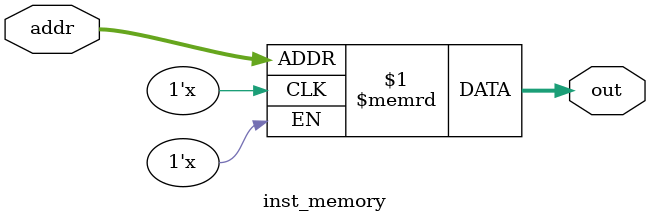
<source format=v>
module inst_memory(addr, out);
	parameter ADDR_LEN = 10;
	parameter ENTRY_WIDTH = 32;

	input[ADDR_LEN - 1: 0] addr;
	output[ENTRY_WIDTH - 1: 0] out;
  
	reg[ENTRY_WIDTH - 1: 0] data_array[0: (1 << ADDR_LEN) - 1];
	
	assign out = data_array[addr];
endmodule
</source>
